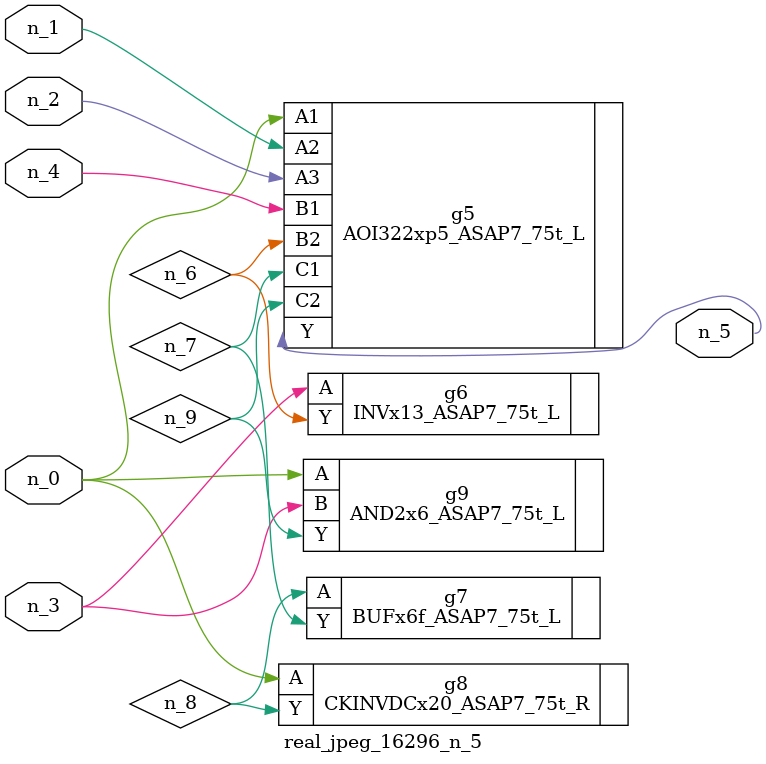
<source format=v>
module real_jpeg_16296_n_5 (n_4, n_0, n_1, n_2, n_3, n_5);

input n_4;
input n_0;
input n_1;
input n_2;
input n_3;

output n_5;

wire n_8;
wire n_6;
wire n_7;
wire n_9;

AOI322xp5_ASAP7_75t_L g5 ( 
.A1(n_0),
.A2(n_1),
.A3(n_2),
.B1(n_4),
.B2(n_6),
.C1(n_7),
.C2(n_9),
.Y(n_5)
);

CKINVDCx20_ASAP7_75t_R g8 ( 
.A(n_0),
.Y(n_8)
);

AND2x6_ASAP7_75t_L g9 ( 
.A(n_0),
.B(n_3),
.Y(n_9)
);

INVx13_ASAP7_75t_L g6 ( 
.A(n_3),
.Y(n_6)
);

BUFx6f_ASAP7_75t_L g7 ( 
.A(n_8),
.Y(n_7)
);


endmodule
</source>
